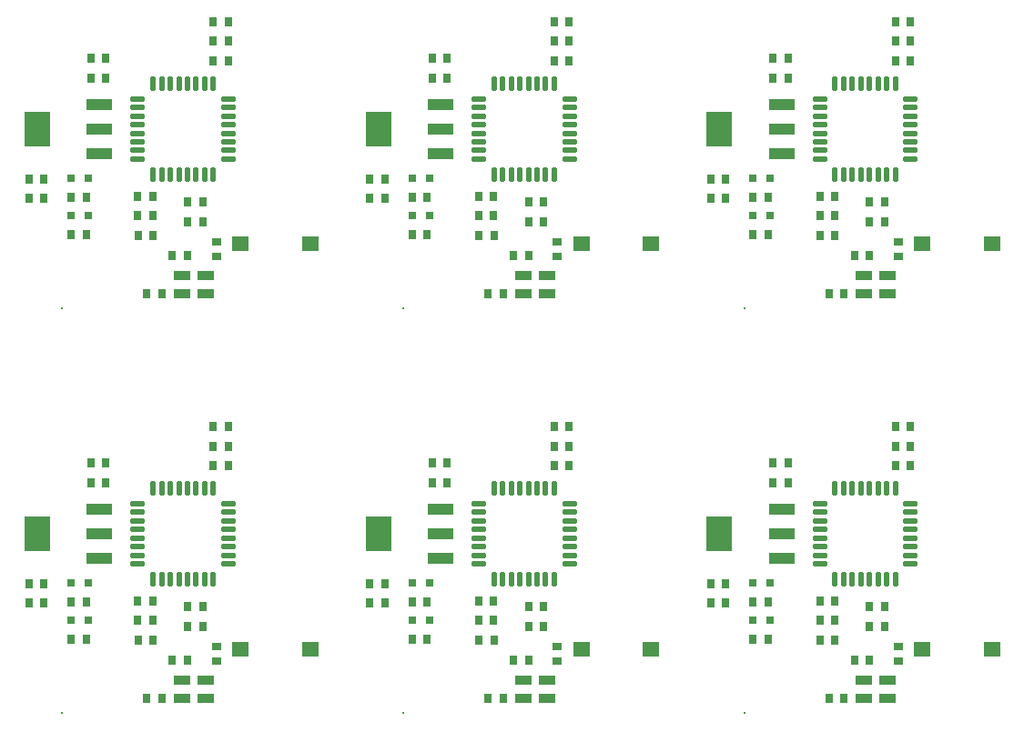
<source format=gtp>
G04*
G04 #@! TF.GenerationSoftware,Altium Limited,Altium Designer,22.7.1 (60)*
G04*
G04 Layer_Color=8421504*
%FSTAX24Y24*%
%MOIN*%
G70*
G04*
G04 #@! TF.SameCoordinates,6CD0EBB0-E617-4DF7-9ACC-651BA77C9F88*
G04*
G04*
G04 #@! TF.FilePolarity,Positive*
G04*
G01*
G75*
%ADD10R,0.0315X0.0315*%
%ADD11R,0.0315X0.0374*%
%ADD12R,0.0100X0.0100*%
%ADD13R,0.0591X0.0551*%
%ADD14R,0.0374X0.0315*%
%ADD15R,0.0610X0.0374*%
%ADD16O,0.0217X0.0571*%
%ADD17O,0.0571X0.0217*%
%ADD18R,0.0945X0.1299*%
%ADD19R,0.0945X0.0394*%
D10*
X037424Y013763D02*
D03*
X038054D02*
D03*
X037424Y015145D02*
D03*
X038054D02*
D03*
X037424Y0286D02*
D03*
X038054D02*
D03*
X037424Y029982D02*
D03*
X038054D02*
D03*
X024936Y013763D02*
D03*
X025566D02*
D03*
X024936Y015145D02*
D03*
X025566D02*
D03*
X024936Y0286D02*
D03*
X025566D02*
D03*
X024936Y029982D02*
D03*
X025566D02*
D03*
X012449Y013763D02*
D03*
X013079D02*
D03*
X012449Y015145D02*
D03*
X013079D02*
D03*
X012449Y0286D02*
D03*
X013079D02*
D03*
X012449Y029982D02*
D03*
X013079D02*
D03*
D11*
X037972Y014454D02*
D03*
X03742D02*
D03*
X037972Y013072D02*
D03*
X03742D02*
D03*
X038148Y01882D02*
D03*
X038699D02*
D03*
X035872Y015105D02*
D03*
X036423D02*
D03*
X035872Y014395D02*
D03*
X036423D02*
D03*
X038148Y019531D02*
D03*
X038699D02*
D03*
X041679Y012298D02*
D03*
X041128D02*
D03*
X040749Y010897D02*
D03*
X040198D02*
D03*
X041688Y014267D02*
D03*
X042239D02*
D03*
X041688Y013547D02*
D03*
X042239D02*
D03*
X042625Y020868D02*
D03*
X043176D02*
D03*
X042625Y020158D02*
D03*
X043176D02*
D03*
X042625Y019447D02*
D03*
X043176D02*
D03*
X040422Y013047D02*
D03*
X039871D02*
D03*
X040409Y013775D02*
D03*
X039858D02*
D03*
X040409Y014485D02*
D03*
X039858D02*
D03*
X037972Y029291D02*
D03*
X03742D02*
D03*
X037972Y027909D02*
D03*
X03742D02*
D03*
X038148Y033658D02*
D03*
X038699D02*
D03*
X035872Y029943D02*
D03*
X036423D02*
D03*
X035872Y029232D02*
D03*
X036423D02*
D03*
X038148Y034368D02*
D03*
X038699D02*
D03*
X041679Y027135D02*
D03*
X041128D02*
D03*
X040749Y025735D02*
D03*
X040198D02*
D03*
X041688Y029105D02*
D03*
X042239D02*
D03*
X041688Y028385D02*
D03*
X042239D02*
D03*
X042625Y035706D02*
D03*
X043176D02*
D03*
X042625Y034995D02*
D03*
X043176D02*
D03*
X042625Y034285D02*
D03*
X043176D02*
D03*
X040422Y027885D02*
D03*
X039871D02*
D03*
X040409Y028612D02*
D03*
X039858D02*
D03*
X040409Y029323D02*
D03*
X039858D02*
D03*
X025484Y014454D02*
D03*
X024933D02*
D03*
X025484Y013072D02*
D03*
X024933D02*
D03*
X02566Y01882D02*
D03*
X026211D02*
D03*
X023385Y015105D02*
D03*
X023936D02*
D03*
X023385Y014395D02*
D03*
X023936D02*
D03*
X02566Y019531D02*
D03*
X026211D02*
D03*
X029191Y012298D02*
D03*
X02864D02*
D03*
X028261Y010897D02*
D03*
X02771D02*
D03*
X0292Y014267D02*
D03*
X029751D02*
D03*
X0292Y013547D02*
D03*
X029751D02*
D03*
X030137Y020868D02*
D03*
X030689D02*
D03*
X030137Y020158D02*
D03*
X030689D02*
D03*
X030137Y019447D02*
D03*
X030689D02*
D03*
X027934Y013047D02*
D03*
X027383D02*
D03*
X027921Y013775D02*
D03*
X02737D02*
D03*
X027921Y014485D02*
D03*
X02737D02*
D03*
X025484Y029291D02*
D03*
X024933D02*
D03*
X025484Y027909D02*
D03*
X024933D02*
D03*
X02566Y033658D02*
D03*
X026211D02*
D03*
X023385Y029943D02*
D03*
X023936D02*
D03*
X023385Y029232D02*
D03*
X023936D02*
D03*
X02566Y034368D02*
D03*
X026211D02*
D03*
X029191Y027135D02*
D03*
X02864D02*
D03*
X028261Y025735D02*
D03*
X02771D02*
D03*
X0292Y029105D02*
D03*
X029751D02*
D03*
X0292Y028385D02*
D03*
X029751D02*
D03*
X030137Y035706D02*
D03*
X030689D02*
D03*
X030137Y034995D02*
D03*
X030689D02*
D03*
X030137Y034285D02*
D03*
X030689D02*
D03*
X027934Y027885D02*
D03*
X027383D02*
D03*
X027921Y028612D02*
D03*
X02737D02*
D03*
X027921Y029323D02*
D03*
X02737D02*
D03*
X012997Y014454D02*
D03*
X012446D02*
D03*
X012997Y013072D02*
D03*
X012446D02*
D03*
X013173Y01882D02*
D03*
X013724D02*
D03*
X010897Y015105D02*
D03*
X011448D02*
D03*
X010897Y014395D02*
D03*
X011448D02*
D03*
X013173Y019531D02*
D03*
X013724D02*
D03*
X016704Y012298D02*
D03*
X016153D02*
D03*
X015774Y010897D02*
D03*
X015223D02*
D03*
X016713Y014267D02*
D03*
X017264D02*
D03*
X016713Y013547D02*
D03*
X017264D02*
D03*
X01765Y020868D02*
D03*
X018201D02*
D03*
X01765Y020158D02*
D03*
X018201D02*
D03*
X01765Y019447D02*
D03*
X018201D02*
D03*
X015447Y013047D02*
D03*
X014896D02*
D03*
X015434Y013775D02*
D03*
X014883D02*
D03*
X015434Y014485D02*
D03*
X014883D02*
D03*
X012997Y029291D02*
D03*
X012446D02*
D03*
X012997Y027909D02*
D03*
X012446D02*
D03*
X013173Y033658D02*
D03*
X013724D02*
D03*
X010897Y029943D02*
D03*
X011448D02*
D03*
X010897Y029232D02*
D03*
X011448D02*
D03*
X013173Y034368D02*
D03*
X013724D02*
D03*
X016704Y027135D02*
D03*
X016153D02*
D03*
X015774Y025735D02*
D03*
X015223D02*
D03*
X016713Y029105D02*
D03*
X017264D02*
D03*
X016713Y028385D02*
D03*
X017264D02*
D03*
X01765Y035706D02*
D03*
X018201D02*
D03*
X01765Y034995D02*
D03*
X018201D02*
D03*
X01765Y034285D02*
D03*
X018201D02*
D03*
X015447Y027885D02*
D03*
X014896D02*
D03*
X015434Y028612D02*
D03*
X014883D02*
D03*
X015434Y029323D02*
D03*
X014883D02*
D03*
D12*
X037093Y010367D02*
D03*
Y025205D02*
D03*
X024606Y010367D02*
D03*
Y025205D02*
D03*
X012118Y010367D02*
D03*
Y025205D02*
D03*
D13*
X046173Y012727D02*
D03*
X043614D02*
D03*
X046173Y027565D02*
D03*
X043614D02*
D03*
X033685Y012727D02*
D03*
X031126D02*
D03*
X033685Y027565D02*
D03*
X031126D02*
D03*
X021198Y012727D02*
D03*
X018639D02*
D03*
X021198Y027565D02*
D03*
X018639D02*
D03*
D14*
X042733Y012813D02*
D03*
Y012262D02*
D03*
Y027651D02*
D03*
Y027099D02*
D03*
X030246Y012813D02*
D03*
Y012262D02*
D03*
Y027651D02*
D03*
Y027099D02*
D03*
X017758Y012813D02*
D03*
Y012262D02*
D03*
Y027651D02*
D03*
Y027099D02*
D03*
D15*
X04235Y011582D02*
D03*
Y010913D02*
D03*
X041484Y011582D02*
D03*
Y010913D02*
D03*
X04235Y026419D02*
D03*
Y02575D02*
D03*
X041484Y026419D02*
D03*
Y02575D02*
D03*
X029863Y011582D02*
D03*
Y010913D02*
D03*
X028997Y011582D02*
D03*
Y010913D02*
D03*
X029863Y026419D02*
D03*
Y02575D02*
D03*
X028997Y026419D02*
D03*
Y02575D02*
D03*
X017375Y011582D02*
D03*
Y010913D02*
D03*
X016509Y011582D02*
D03*
Y010913D02*
D03*
X017375Y026419D02*
D03*
Y02575D02*
D03*
X016509Y026419D02*
D03*
Y02575D02*
D03*
D16*
X040421Y015284D02*
D03*
X040736D02*
D03*
X041051D02*
D03*
X041366D02*
D03*
X041681D02*
D03*
X041996D02*
D03*
X042311D02*
D03*
X042626D02*
D03*
Y018611D02*
D03*
X042311D02*
D03*
X041996D02*
D03*
X041681D02*
D03*
X041366D02*
D03*
X041051D02*
D03*
X040736D02*
D03*
X040421D02*
D03*
Y030121D02*
D03*
X040736D02*
D03*
X041051D02*
D03*
X041366D02*
D03*
X041681D02*
D03*
X041996D02*
D03*
X042311D02*
D03*
X042626D02*
D03*
Y033448D02*
D03*
X042311D02*
D03*
X041996D02*
D03*
X041681D02*
D03*
X041366D02*
D03*
X041051D02*
D03*
X040736D02*
D03*
X040421D02*
D03*
X027933Y015284D02*
D03*
X028248D02*
D03*
X028563D02*
D03*
X028878D02*
D03*
X029193D02*
D03*
X029508D02*
D03*
X029823D02*
D03*
X030138D02*
D03*
Y018611D02*
D03*
X029823D02*
D03*
X029508D02*
D03*
X029193D02*
D03*
X028878D02*
D03*
X028563D02*
D03*
X028248D02*
D03*
X027933D02*
D03*
Y030121D02*
D03*
X028248D02*
D03*
X028563D02*
D03*
X028878D02*
D03*
X029193D02*
D03*
X029508D02*
D03*
X029823D02*
D03*
X030138D02*
D03*
Y033448D02*
D03*
X029823D02*
D03*
X029508D02*
D03*
X029193D02*
D03*
X028878D02*
D03*
X028563D02*
D03*
X028248D02*
D03*
X027933D02*
D03*
X015446Y015284D02*
D03*
X015761D02*
D03*
X016076D02*
D03*
X016391D02*
D03*
X016706D02*
D03*
X017021D02*
D03*
X017336D02*
D03*
X017651D02*
D03*
Y018611D02*
D03*
X017336D02*
D03*
X017021D02*
D03*
X016706D02*
D03*
X016391D02*
D03*
X016076D02*
D03*
X015761D02*
D03*
X015446D02*
D03*
Y030121D02*
D03*
X015761D02*
D03*
X016076D02*
D03*
X016391D02*
D03*
X016706D02*
D03*
X017021D02*
D03*
X017336D02*
D03*
X017651D02*
D03*
Y033448D02*
D03*
X017336D02*
D03*
X017021D02*
D03*
X016706D02*
D03*
X016391D02*
D03*
X016076D02*
D03*
X015761D02*
D03*
X015446D02*
D03*
D17*
X043187Y015845D02*
D03*
Y01616D02*
D03*
Y016475D02*
D03*
Y01679D02*
D03*
Y017105D02*
D03*
Y01742D02*
D03*
Y017735D02*
D03*
Y01805D02*
D03*
X03986D02*
D03*
Y017735D02*
D03*
Y01742D02*
D03*
Y017105D02*
D03*
Y01679D02*
D03*
Y016475D02*
D03*
Y01616D02*
D03*
Y015845D02*
D03*
X043187Y030682D02*
D03*
Y030997D02*
D03*
Y031312D02*
D03*
Y031627D02*
D03*
Y031942D02*
D03*
Y032257D02*
D03*
Y032572D02*
D03*
Y032887D02*
D03*
X03986D02*
D03*
Y032572D02*
D03*
Y032257D02*
D03*
Y031942D02*
D03*
Y031627D02*
D03*
Y031312D02*
D03*
Y030997D02*
D03*
Y030682D02*
D03*
X030699Y015845D02*
D03*
Y01616D02*
D03*
Y016475D02*
D03*
Y01679D02*
D03*
Y017105D02*
D03*
Y01742D02*
D03*
Y017735D02*
D03*
Y01805D02*
D03*
X027372D02*
D03*
Y017735D02*
D03*
Y01742D02*
D03*
Y017105D02*
D03*
Y01679D02*
D03*
Y016475D02*
D03*
Y01616D02*
D03*
Y015845D02*
D03*
X030699Y030682D02*
D03*
Y030997D02*
D03*
Y031312D02*
D03*
Y031627D02*
D03*
Y031942D02*
D03*
Y032257D02*
D03*
Y032572D02*
D03*
Y032887D02*
D03*
X027372D02*
D03*
Y032572D02*
D03*
Y032257D02*
D03*
Y031942D02*
D03*
Y031627D02*
D03*
Y031312D02*
D03*
Y030997D02*
D03*
Y030682D02*
D03*
X018212Y015845D02*
D03*
Y01616D02*
D03*
Y016475D02*
D03*
Y01679D02*
D03*
Y017105D02*
D03*
Y01742D02*
D03*
Y017735D02*
D03*
Y01805D02*
D03*
X014885D02*
D03*
Y017735D02*
D03*
Y01742D02*
D03*
Y017105D02*
D03*
Y01679D02*
D03*
Y016475D02*
D03*
Y01616D02*
D03*
Y015845D02*
D03*
X018212Y030682D02*
D03*
Y030997D02*
D03*
Y031312D02*
D03*
Y031627D02*
D03*
Y031942D02*
D03*
Y032257D02*
D03*
Y032572D02*
D03*
Y032887D02*
D03*
X014885D02*
D03*
Y032572D02*
D03*
Y032257D02*
D03*
Y031942D02*
D03*
Y031627D02*
D03*
Y031312D02*
D03*
Y030997D02*
D03*
Y030682D02*
D03*
D18*
X036181Y016947D02*
D03*
Y031785D02*
D03*
X023694Y016947D02*
D03*
Y031785D02*
D03*
X011207Y016947D02*
D03*
Y031785D02*
D03*
D19*
X038465Y017853D02*
D03*
Y016947D02*
D03*
Y016042D02*
D03*
Y03269D02*
D03*
Y031785D02*
D03*
Y030879D02*
D03*
X025977Y017853D02*
D03*
Y016947D02*
D03*
Y016042D02*
D03*
Y03269D02*
D03*
Y031785D02*
D03*
Y030879D02*
D03*
X01349Y017853D02*
D03*
Y016947D02*
D03*
Y016042D02*
D03*
Y03269D02*
D03*
Y031785D02*
D03*
Y030879D02*
D03*
M02*

</source>
